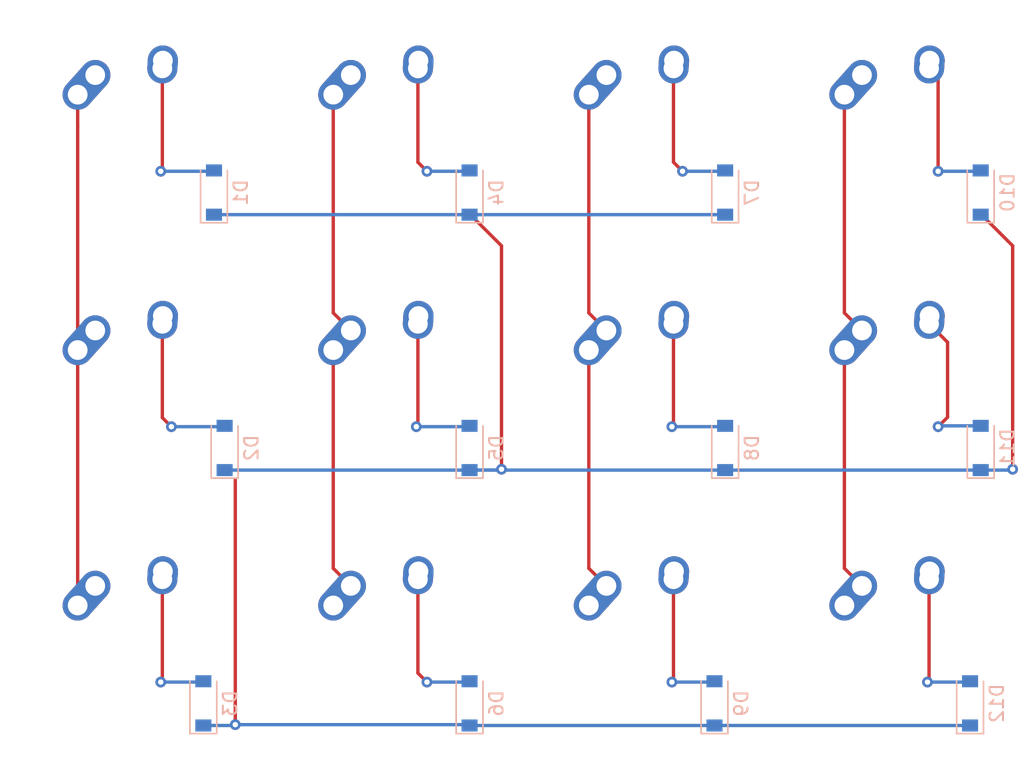
<source format=kicad_pcb>
(kicad_pcb (version 20171130) (host pcbnew "(5.1.4)-1")

  (general
    (thickness 1.6)
    (drawings 0)
    (tracks 103)
    (zones 0)
    (modules 24)
    (nets 18)
  )

  (page A4)
  (layers
    (0 F.Cu signal)
    (31 B.Cu signal)
    (32 B.Adhes user)
    (33 F.Adhes user)
    (34 B.Paste user)
    (35 F.Paste user)
    (36 B.SilkS user)
    (37 F.SilkS user)
    (38 B.Mask user)
    (39 F.Mask user)
    (40 Dwgs.User user)
    (41 Cmts.User user)
    (42 Eco1.User user)
    (43 Eco2.User user)
    (44 Edge.Cuts user)
    (45 Margin user)
    (46 B.CrtYd user)
    (47 F.CrtYd user)
    (48 B.Fab user)
    (49 F.Fab user)
  )

  (setup
    (last_trace_width 0.25)
    (trace_clearance 0.2)
    (zone_clearance 0.508)
    (zone_45_only no)
    (trace_min 0.2)
    (via_size 0.8)
    (via_drill 0.4)
    (via_min_size 0.4)
    (via_min_drill 0.3)
    (uvia_size 0.3)
    (uvia_drill 0.1)
    (uvias_allowed no)
    (uvia_min_size 0.2)
    (uvia_min_drill 0.1)
    (edge_width 0.05)
    (segment_width 0.2)
    (pcb_text_width 0.3)
    (pcb_text_size 1.5 1.5)
    (mod_edge_width 0.12)
    (mod_text_size 1 1)
    (mod_text_width 0.15)
    (pad_size 1.524 1.524)
    (pad_drill 0.762)
    (pad_to_mask_clearance 0.051)
    (solder_mask_min_width 0.25)
    (aux_axis_origin 0 0)
    (visible_elements FFFFFF7F)
    (pcbplotparams
      (layerselection 0x010fc_ffffffff)
      (usegerberextensions false)
      (usegerberattributes false)
      (usegerberadvancedattributes false)
      (creategerberjobfile false)
      (excludeedgelayer true)
      (linewidth 0.100000)
      (plotframeref false)
      (viasonmask false)
      (mode 1)
      (useauxorigin false)
      (hpglpennumber 1)
      (hpglpenspeed 20)
      (hpglpendiameter 15.000000)
      (psnegative false)
      (psa4output false)
      (plotreference true)
      (plotvalue true)
      (plotinvisibletext false)
      (padsonsilk false)
      (subtractmaskfromsilk false)
      (outputformat 1)
      (mirror false)
      (drillshape 1)
      (scaleselection 1)
      (outputdirectory ""))
  )

  (net 0 "")
  (net 1 ROW0)
  (net 2 "Net-(D1-Pad2)")
  (net 3 "Net-(D2-Pad2)")
  (net 4 "Net-(D3-Pad2)")
  (net 5 "Net-(D4-Pad2)")
  (net 6 "Net-(D6-Pad2)")
  (net 7 "Net-(D7-Pad2)")
  (net 8 "Net-(D8-Pad2)")
  (net 9 "Net-(D10-Pad2)")
  (net 10 "Net-(D11-Pad2)")
  (net 11 "Net-(D12-Pad2)")
  (net 12 COL0)
  (net 13 COL1)
  (net 14 COL2)
  (net 15 COL3)
  (net 16 "Net-(D5-Pad2)")
  (net 17 "Net-(D9-Pad2)")

  (net_class Default "This is the default net class."
    (clearance 0.2)
    (trace_width 0.25)
    (via_dia 0.8)
    (via_drill 0.4)
    (uvia_dia 0.3)
    (uvia_drill 0.1)
    (add_net COL0)
    (add_net COL1)
    (add_net COL2)
    (add_net COL3)
    (add_net "Net-(D1-Pad2)")
    (add_net "Net-(D10-Pad2)")
    (add_net "Net-(D11-Pad2)")
    (add_net "Net-(D12-Pad2)")
    (add_net "Net-(D2-Pad2)")
    (add_net "Net-(D3-Pad2)")
    (add_net "Net-(D4-Pad2)")
    (add_net "Net-(D5-Pad2)")
    (add_net "Net-(D6-Pad2)")
    (add_net "Net-(D7-Pad2)")
    (add_net "Net-(D8-Pad2)")
    (add_net "Net-(D9-Pad2)")
    (add_net ROW0)
  )

  (module Diodes_SMD:D_SOD-123 (layer B.Cu) (tedit 58645DC7) (tstamp 6756E10F)
    (at 191.29375 131.7625 90)
    (descr SOD-123)
    (tags SOD-123)
    (path /6765261F)
    (attr smd)
    (fp_text reference D12 (at 0 2 90) (layer B.SilkS)
      (effects (font (size 1 1) (thickness 0.15)) (justify mirror))
    )
    (fp_text value D_Small (at 0 -2.1 90) (layer B.Fab)
      (effects (font (size 1 1) (thickness 0.15)) (justify mirror))
    )
    (fp_text user %R (at 0 2 90) (layer B.Fab)
      (effects (font (size 1 1) (thickness 0.15)) (justify mirror))
    )
    (fp_line (start -2.25 1) (end -2.25 -1) (layer B.SilkS) (width 0.12))
    (fp_line (start 0.25 0) (end 0.75 0) (layer B.Fab) (width 0.1))
    (fp_line (start 0.25 -0.4) (end -0.35 0) (layer B.Fab) (width 0.1))
    (fp_line (start 0.25 0.4) (end 0.25 -0.4) (layer B.Fab) (width 0.1))
    (fp_line (start -0.35 0) (end 0.25 0.4) (layer B.Fab) (width 0.1))
    (fp_line (start -0.35 0) (end -0.35 -0.55) (layer B.Fab) (width 0.1))
    (fp_line (start -0.35 0) (end -0.35 0.55) (layer B.Fab) (width 0.1))
    (fp_line (start -0.75 0) (end -0.35 0) (layer B.Fab) (width 0.1))
    (fp_line (start -1.4 -0.9) (end -1.4 0.9) (layer B.Fab) (width 0.1))
    (fp_line (start 1.4 -0.9) (end -1.4 -0.9) (layer B.Fab) (width 0.1))
    (fp_line (start 1.4 0.9) (end 1.4 -0.9) (layer B.Fab) (width 0.1))
    (fp_line (start -1.4 0.9) (end 1.4 0.9) (layer B.Fab) (width 0.1))
    (fp_line (start -2.35 1.15) (end 2.35 1.15) (layer B.CrtYd) (width 0.05))
    (fp_line (start 2.35 1.15) (end 2.35 -1.15) (layer B.CrtYd) (width 0.05))
    (fp_line (start 2.35 -1.15) (end -2.35 -1.15) (layer B.CrtYd) (width 0.05))
    (fp_line (start -2.35 1.15) (end -2.35 -1.15) (layer B.CrtYd) (width 0.05))
    (fp_line (start -2.25 -1) (end 1.65 -1) (layer B.SilkS) (width 0.12))
    (fp_line (start -2.25 1) (end 1.65 1) (layer B.SilkS) (width 0.12))
    (pad 1 smd rect (at -1.65 0 90) (size 0.9 1.2) (layers B.Cu B.Paste B.Mask)
      (net 1 ROW0))
    (pad 2 smd rect (at 1.65 0 90) (size 0.9 1.2) (layers B.Cu B.Paste B.Mask)
      (net 11 "Net-(D12-Pad2)"))
    (model ${KISYS3DMOD}/Diodes_SMD.3dshapes/D_SOD-123.wrl
      (at (xyz 0 0 0))
      (scale (xyz 1 1 1))
      (rotate (xyz 0 0 0))
    )
  )

  (module Diodes_SMD:D_SOD-123 (layer B.Cu) (tedit 58645DC7) (tstamp 6756E0F8)
    (at 192.0875 112.7125 90)
    (descr SOD-123)
    (tags SOD-123)
    (path /6764039E)
    (attr smd)
    (fp_text reference D11 (at 0 2 90) (layer B.SilkS)
      (effects (font (size 1 1) (thickness 0.15)) (justify mirror))
    )
    (fp_text value D_Small (at 0 -2.1 90) (layer B.Fab)
      (effects (font (size 1 1) (thickness 0.15)) (justify mirror))
    )
    (fp_text user %R (at 0 2 90) (layer B.Fab)
      (effects (font (size 1 1) (thickness 0.15)) (justify mirror))
    )
    (fp_line (start -2.25 1) (end -2.25 -1) (layer B.SilkS) (width 0.12))
    (fp_line (start 0.25 0) (end 0.75 0) (layer B.Fab) (width 0.1))
    (fp_line (start 0.25 -0.4) (end -0.35 0) (layer B.Fab) (width 0.1))
    (fp_line (start 0.25 0.4) (end 0.25 -0.4) (layer B.Fab) (width 0.1))
    (fp_line (start -0.35 0) (end 0.25 0.4) (layer B.Fab) (width 0.1))
    (fp_line (start -0.35 0) (end -0.35 -0.55) (layer B.Fab) (width 0.1))
    (fp_line (start -0.35 0) (end -0.35 0.55) (layer B.Fab) (width 0.1))
    (fp_line (start -0.75 0) (end -0.35 0) (layer B.Fab) (width 0.1))
    (fp_line (start -1.4 -0.9) (end -1.4 0.9) (layer B.Fab) (width 0.1))
    (fp_line (start 1.4 -0.9) (end -1.4 -0.9) (layer B.Fab) (width 0.1))
    (fp_line (start 1.4 0.9) (end 1.4 -0.9) (layer B.Fab) (width 0.1))
    (fp_line (start -1.4 0.9) (end 1.4 0.9) (layer B.Fab) (width 0.1))
    (fp_line (start -2.35 1.15) (end 2.35 1.15) (layer B.CrtYd) (width 0.05))
    (fp_line (start 2.35 1.15) (end 2.35 -1.15) (layer B.CrtYd) (width 0.05))
    (fp_line (start 2.35 -1.15) (end -2.35 -1.15) (layer B.CrtYd) (width 0.05))
    (fp_line (start -2.35 1.15) (end -2.35 -1.15) (layer B.CrtYd) (width 0.05))
    (fp_line (start -2.25 -1) (end 1.65 -1) (layer B.SilkS) (width 0.12))
    (fp_line (start -2.25 1) (end 1.65 1) (layer B.SilkS) (width 0.12))
    (pad 1 smd rect (at -1.65 0 90) (size 0.9 1.2) (layers B.Cu B.Paste B.Mask)
      (net 1 ROW0))
    (pad 2 smd rect (at 1.65 0 90) (size 0.9 1.2) (layers B.Cu B.Paste B.Mask)
      (net 10 "Net-(D11-Pad2)"))
    (model ${KISYS3DMOD}/Diodes_SMD.3dshapes/D_SOD-123.wrl
      (at (xyz 0 0 0))
      (scale (xyz 1 1 1))
      (rotate (xyz 0 0 0))
    )
  )

  (module Diodes_SMD:D_SOD-123 (layer B.Cu) (tedit 58645DC7) (tstamp 6756E0E1)
    (at 192.0875 93.6625 90)
    (descr SOD-123)
    (tags SOD-123)
    (path /676358A6)
    (attr smd)
    (fp_text reference D10 (at 0 2 90) (layer B.SilkS)
      (effects (font (size 1 1) (thickness 0.15)) (justify mirror))
    )
    (fp_text value D_Small (at 0 -2.1 90) (layer B.Fab)
      (effects (font (size 1 1) (thickness 0.15)) (justify mirror))
    )
    (fp_text user %R (at 0 2 90) (layer B.Fab)
      (effects (font (size 1 1) (thickness 0.15)) (justify mirror))
    )
    (fp_line (start -2.25 1) (end -2.25 -1) (layer B.SilkS) (width 0.12))
    (fp_line (start 0.25 0) (end 0.75 0) (layer B.Fab) (width 0.1))
    (fp_line (start 0.25 -0.4) (end -0.35 0) (layer B.Fab) (width 0.1))
    (fp_line (start 0.25 0.4) (end 0.25 -0.4) (layer B.Fab) (width 0.1))
    (fp_line (start -0.35 0) (end 0.25 0.4) (layer B.Fab) (width 0.1))
    (fp_line (start -0.35 0) (end -0.35 -0.55) (layer B.Fab) (width 0.1))
    (fp_line (start -0.35 0) (end -0.35 0.55) (layer B.Fab) (width 0.1))
    (fp_line (start -0.75 0) (end -0.35 0) (layer B.Fab) (width 0.1))
    (fp_line (start -1.4 -0.9) (end -1.4 0.9) (layer B.Fab) (width 0.1))
    (fp_line (start 1.4 -0.9) (end -1.4 -0.9) (layer B.Fab) (width 0.1))
    (fp_line (start 1.4 0.9) (end 1.4 -0.9) (layer B.Fab) (width 0.1))
    (fp_line (start -1.4 0.9) (end 1.4 0.9) (layer B.Fab) (width 0.1))
    (fp_line (start -2.35 1.15) (end 2.35 1.15) (layer B.CrtYd) (width 0.05))
    (fp_line (start 2.35 1.15) (end 2.35 -1.15) (layer B.CrtYd) (width 0.05))
    (fp_line (start 2.35 -1.15) (end -2.35 -1.15) (layer B.CrtYd) (width 0.05))
    (fp_line (start -2.35 1.15) (end -2.35 -1.15) (layer B.CrtYd) (width 0.05))
    (fp_line (start -2.25 -1) (end 1.65 -1) (layer B.SilkS) (width 0.12))
    (fp_line (start -2.25 1) (end 1.65 1) (layer B.SilkS) (width 0.12))
    (pad 1 smd rect (at -1.65 0 90) (size 0.9 1.2) (layers B.Cu B.Paste B.Mask)
      (net 1 ROW0))
    (pad 2 smd rect (at 1.65 0 90) (size 0.9 1.2) (layers B.Cu B.Paste B.Mask)
      (net 9 "Net-(D10-Pad2)"))
    (model ${KISYS3DMOD}/Diodes_SMD.3dshapes/D_SOD-123.wrl
      (at (xyz 0 0 0))
      (scale (xyz 1 1 1))
      (rotate (xyz 0 0 0))
    )
  )

  (module Diodes_SMD:D_SOD-123 (layer B.Cu) (tedit 58645DC7) (tstamp 6756E0CA)
    (at 172.24375 131.7625 90)
    (descr SOD-123)
    (tags SOD-123)
    (path /6765260A)
    (attr smd)
    (fp_text reference D9 (at 0 2 90) (layer B.SilkS)
      (effects (font (size 1 1) (thickness 0.15)) (justify mirror))
    )
    (fp_text value D_Small (at 0 -2.1 90) (layer B.Fab)
      (effects (font (size 1 1) (thickness 0.15)) (justify mirror))
    )
    (fp_text user %R (at 0 2 90) (layer B.Fab)
      (effects (font (size 1 1) (thickness 0.15)) (justify mirror))
    )
    (fp_line (start -2.25 1) (end -2.25 -1) (layer B.SilkS) (width 0.12))
    (fp_line (start 0.25 0) (end 0.75 0) (layer B.Fab) (width 0.1))
    (fp_line (start 0.25 -0.4) (end -0.35 0) (layer B.Fab) (width 0.1))
    (fp_line (start 0.25 0.4) (end 0.25 -0.4) (layer B.Fab) (width 0.1))
    (fp_line (start -0.35 0) (end 0.25 0.4) (layer B.Fab) (width 0.1))
    (fp_line (start -0.35 0) (end -0.35 -0.55) (layer B.Fab) (width 0.1))
    (fp_line (start -0.35 0) (end -0.35 0.55) (layer B.Fab) (width 0.1))
    (fp_line (start -0.75 0) (end -0.35 0) (layer B.Fab) (width 0.1))
    (fp_line (start -1.4 -0.9) (end -1.4 0.9) (layer B.Fab) (width 0.1))
    (fp_line (start 1.4 -0.9) (end -1.4 -0.9) (layer B.Fab) (width 0.1))
    (fp_line (start 1.4 0.9) (end 1.4 -0.9) (layer B.Fab) (width 0.1))
    (fp_line (start -1.4 0.9) (end 1.4 0.9) (layer B.Fab) (width 0.1))
    (fp_line (start -2.35 1.15) (end 2.35 1.15) (layer B.CrtYd) (width 0.05))
    (fp_line (start 2.35 1.15) (end 2.35 -1.15) (layer B.CrtYd) (width 0.05))
    (fp_line (start 2.35 -1.15) (end -2.35 -1.15) (layer B.CrtYd) (width 0.05))
    (fp_line (start -2.35 1.15) (end -2.35 -1.15) (layer B.CrtYd) (width 0.05))
    (fp_line (start -2.25 -1) (end 1.65 -1) (layer B.SilkS) (width 0.12))
    (fp_line (start -2.25 1) (end 1.65 1) (layer B.SilkS) (width 0.12))
    (pad 1 smd rect (at -1.65 0 90) (size 0.9 1.2) (layers B.Cu B.Paste B.Mask)
      (net 1 ROW0))
    (pad 2 smd rect (at 1.65 0 90) (size 0.9 1.2) (layers B.Cu B.Paste B.Mask)
      (net 17 "Net-(D9-Pad2)"))
    (model ${KISYS3DMOD}/Diodes_SMD.3dshapes/D_SOD-123.wrl
      (at (xyz 0 0 0))
      (scale (xyz 1 1 1))
      (rotate (xyz 0 0 0))
    )
  )

  (module Diodes_SMD:D_SOD-123 (layer B.Cu) (tedit 58645DC7) (tstamp 6756E0B3)
    (at 173.0375 112.7125 90)
    (descr SOD-123)
    (tags SOD-123)
    (path /6763EE9C)
    (attr smd)
    (fp_text reference D8 (at 0 2 90) (layer B.SilkS)
      (effects (font (size 1 1) (thickness 0.15)) (justify mirror))
    )
    (fp_text value D_Small (at 0 -2.1 90) (layer B.Fab)
      (effects (font (size 1 1) (thickness 0.15)) (justify mirror))
    )
    (fp_text user %R (at 0 2 90) (layer B.Fab)
      (effects (font (size 1 1) (thickness 0.15)) (justify mirror))
    )
    (fp_line (start -2.25 1) (end -2.25 -1) (layer B.SilkS) (width 0.12))
    (fp_line (start 0.25 0) (end 0.75 0) (layer B.Fab) (width 0.1))
    (fp_line (start 0.25 -0.4) (end -0.35 0) (layer B.Fab) (width 0.1))
    (fp_line (start 0.25 0.4) (end 0.25 -0.4) (layer B.Fab) (width 0.1))
    (fp_line (start -0.35 0) (end 0.25 0.4) (layer B.Fab) (width 0.1))
    (fp_line (start -0.35 0) (end -0.35 -0.55) (layer B.Fab) (width 0.1))
    (fp_line (start -0.35 0) (end -0.35 0.55) (layer B.Fab) (width 0.1))
    (fp_line (start -0.75 0) (end -0.35 0) (layer B.Fab) (width 0.1))
    (fp_line (start -1.4 -0.9) (end -1.4 0.9) (layer B.Fab) (width 0.1))
    (fp_line (start 1.4 -0.9) (end -1.4 -0.9) (layer B.Fab) (width 0.1))
    (fp_line (start 1.4 0.9) (end 1.4 -0.9) (layer B.Fab) (width 0.1))
    (fp_line (start -1.4 0.9) (end 1.4 0.9) (layer B.Fab) (width 0.1))
    (fp_line (start -2.35 1.15) (end 2.35 1.15) (layer B.CrtYd) (width 0.05))
    (fp_line (start 2.35 1.15) (end 2.35 -1.15) (layer B.CrtYd) (width 0.05))
    (fp_line (start 2.35 -1.15) (end -2.35 -1.15) (layer B.CrtYd) (width 0.05))
    (fp_line (start -2.35 1.15) (end -2.35 -1.15) (layer B.CrtYd) (width 0.05))
    (fp_line (start -2.25 -1) (end 1.65 -1) (layer B.SilkS) (width 0.12))
    (fp_line (start -2.25 1) (end 1.65 1) (layer B.SilkS) (width 0.12))
    (pad 1 smd rect (at -1.65 0 90) (size 0.9 1.2) (layers B.Cu B.Paste B.Mask)
      (net 1 ROW0))
    (pad 2 smd rect (at 1.65 0 90) (size 0.9 1.2) (layers B.Cu B.Paste B.Mask)
      (net 8 "Net-(D8-Pad2)"))
    (model ${KISYS3DMOD}/Diodes_SMD.3dshapes/D_SOD-123.wrl
      (at (xyz 0 0 0))
      (scale (xyz 1 1 1))
      (rotate (xyz 0 0 0))
    )
  )

  (module Diodes_SMD:D_SOD-123 (layer B.Cu) (tedit 58645DC7) (tstamp 6756E09C)
    (at 173.0375 93.6625 90)
    (descr SOD-123)
    (tags SOD-123)
    (path /6763B09E)
    (attr smd)
    (fp_text reference D7 (at 0 2 90) (layer B.SilkS)
      (effects (font (size 1 1) (thickness 0.15)) (justify mirror))
    )
    (fp_text value D_Small (at 0 -2.1 90) (layer B.Fab)
      (effects (font (size 1 1) (thickness 0.15)) (justify mirror))
    )
    (fp_text user %R (at 0 2 90) (layer B.Fab)
      (effects (font (size 1 1) (thickness 0.15)) (justify mirror))
    )
    (fp_line (start -2.25 1) (end -2.25 -1) (layer B.SilkS) (width 0.12))
    (fp_line (start 0.25 0) (end 0.75 0) (layer B.Fab) (width 0.1))
    (fp_line (start 0.25 -0.4) (end -0.35 0) (layer B.Fab) (width 0.1))
    (fp_line (start 0.25 0.4) (end 0.25 -0.4) (layer B.Fab) (width 0.1))
    (fp_line (start -0.35 0) (end 0.25 0.4) (layer B.Fab) (width 0.1))
    (fp_line (start -0.35 0) (end -0.35 -0.55) (layer B.Fab) (width 0.1))
    (fp_line (start -0.35 0) (end -0.35 0.55) (layer B.Fab) (width 0.1))
    (fp_line (start -0.75 0) (end -0.35 0) (layer B.Fab) (width 0.1))
    (fp_line (start -1.4 -0.9) (end -1.4 0.9) (layer B.Fab) (width 0.1))
    (fp_line (start 1.4 -0.9) (end -1.4 -0.9) (layer B.Fab) (width 0.1))
    (fp_line (start 1.4 0.9) (end 1.4 -0.9) (layer B.Fab) (width 0.1))
    (fp_line (start -1.4 0.9) (end 1.4 0.9) (layer B.Fab) (width 0.1))
    (fp_line (start -2.35 1.15) (end 2.35 1.15) (layer B.CrtYd) (width 0.05))
    (fp_line (start 2.35 1.15) (end 2.35 -1.15) (layer B.CrtYd) (width 0.05))
    (fp_line (start 2.35 -1.15) (end -2.35 -1.15) (layer B.CrtYd) (width 0.05))
    (fp_line (start -2.35 1.15) (end -2.35 -1.15) (layer B.CrtYd) (width 0.05))
    (fp_line (start -2.25 -1) (end 1.65 -1) (layer B.SilkS) (width 0.12))
    (fp_line (start -2.25 1) (end 1.65 1) (layer B.SilkS) (width 0.12))
    (pad 1 smd rect (at -1.65 0 90) (size 0.9 1.2) (layers B.Cu B.Paste B.Mask)
      (net 1 ROW0))
    (pad 2 smd rect (at 1.65 0 90) (size 0.9 1.2) (layers B.Cu B.Paste B.Mask)
      (net 7 "Net-(D7-Pad2)"))
    (model ${KISYS3DMOD}/Diodes_SMD.3dshapes/D_SOD-123.wrl
      (at (xyz 0 0 0))
      (scale (xyz 1 1 1))
      (rotate (xyz 0 0 0))
    )
  )

  (module Diodes_SMD:D_SOD-123 (layer B.Cu) (tedit 58645DC7) (tstamp 6756E06E)
    (at 153.9875 131.7625 90)
    (descr SOD-123)
    (tags SOD-123)
    (path /676525F5)
    (attr smd)
    (fp_text reference D6 (at 0 2 90) (layer B.SilkS)
      (effects (font (size 1 1) (thickness 0.15)) (justify mirror))
    )
    (fp_text value D_Small (at 0 -2.1 90) (layer B.Fab)
      (effects (font (size 1 1) (thickness 0.15)) (justify mirror))
    )
    (fp_text user %R (at 0 2 90) (layer B.Fab)
      (effects (font (size 1 1) (thickness 0.15)) (justify mirror))
    )
    (fp_line (start -2.25 1) (end -2.25 -1) (layer B.SilkS) (width 0.12))
    (fp_line (start 0.25 0) (end 0.75 0) (layer B.Fab) (width 0.1))
    (fp_line (start 0.25 -0.4) (end -0.35 0) (layer B.Fab) (width 0.1))
    (fp_line (start 0.25 0.4) (end 0.25 -0.4) (layer B.Fab) (width 0.1))
    (fp_line (start -0.35 0) (end 0.25 0.4) (layer B.Fab) (width 0.1))
    (fp_line (start -0.35 0) (end -0.35 -0.55) (layer B.Fab) (width 0.1))
    (fp_line (start -0.35 0) (end -0.35 0.55) (layer B.Fab) (width 0.1))
    (fp_line (start -0.75 0) (end -0.35 0) (layer B.Fab) (width 0.1))
    (fp_line (start -1.4 -0.9) (end -1.4 0.9) (layer B.Fab) (width 0.1))
    (fp_line (start 1.4 -0.9) (end -1.4 -0.9) (layer B.Fab) (width 0.1))
    (fp_line (start 1.4 0.9) (end 1.4 -0.9) (layer B.Fab) (width 0.1))
    (fp_line (start -1.4 0.9) (end 1.4 0.9) (layer B.Fab) (width 0.1))
    (fp_line (start -2.35 1.15) (end 2.35 1.15) (layer B.CrtYd) (width 0.05))
    (fp_line (start 2.35 1.15) (end 2.35 -1.15) (layer B.CrtYd) (width 0.05))
    (fp_line (start 2.35 -1.15) (end -2.35 -1.15) (layer B.CrtYd) (width 0.05))
    (fp_line (start -2.35 1.15) (end -2.35 -1.15) (layer B.CrtYd) (width 0.05))
    (fp_line (start -2.25 -1) (end 1.65 -1) (layer B.SilkS) (width 0.12))
    (fp_line (start -2.25 1) (end 1.65 1) (layer B.SilkS) (width 0.12))
    (pad 1 smd rect (at -1.65 0 90) (size 0.9 1.2) (layers B.Cu B.Paste B.Mask)
      (net 1 ROW0))
    (pad 2 smd rect (at 1.65 0 90) (size 0.9 1.2) (layers B.Cu B.Paste B.Mask)
      (net 6 "Net-(D6-Pad2)"))
    (model ${KISYS3DMOD}/Diodes_SMD.3dshapes/D_SOD-123.wrl
      (at (xyz 0 0 0))
      (scale (xyz 1 1 1))
      (rotate (xyz 0 0 0))
    )
  )

  (module Diodes_SMD:D_SOD-123 (layer B.Cu) (tedit 58645DC7) (tstamp 6756E057)
    (at 153.9875 112.7125 90)
    (descr SOD-123)
    (tags SOD-123)
    (path /6763B0B2)
    (attr smd)
    (fp_text reference D5 (at 0 2 90) (layer B.SilkS)
      (effects (font (size 1 1) (thickness 0.15)) (justify mirror))
    )
    (fp_text value D_Small (at 0 -2.1 90) (layer B.Fab)
      (effects (font (size 1 1) (thickness 0.15)) (justify mirror))
    )
    (fp_text user %R (at 0 2 90) (layer B.Fab)
      (effects (font (size 1 1) (thickness 0.15)) (justify mirror))
    )
    (fp_line (start -2.25 1) (end -2.25 -1) (layer B.SilkS) (width 0.12))
    (fp_line (start 0.25 0) (end 0.75 0) (layer B.Fab) (width 0.1))
    (fp_line (start 0.25 -0.4) (end -0.35 0) (layer B.Fab) (width 0.1))
    (fp_line (start 0.25 0.4) (end 0.25 -0.4) (layer B.Fab) (width 0.1))
    (fp_line (start -0.35 0) (end 0.25 0.4) (layer B.Fab) (width 0.1))
    (fp_line (start -0.35 0) (end -0.35 -0.55) (layer B.Fab) (width 0.1))
    (fp_line (start -0.35 0) (end -0.35 0.55) (layer B.Fab) (width 0.1))
    (fp_line (start -0.75 0) (end -0.35 0) (layer B.Fab) (width 0.1))
    (fp_line (start -1.4 -0.9) (end -1.4 0.9) (layer B.Fab) (width 0.1))
    (fp_line (start 1.4 -0.9) (end -1.4 -0.9) (layer B.Fab) (width 0.1))
    (fp_line (start 1.4 0.9) (end 1.4 -0.9) (layer B.Fab) (width 0.1))
    (fp_line (start -1.4 0.9) (end 1.4 0.9) (layer B.Fab) (width 0.1))
    (fp_line (start -2.35 1.15) (end 2.35 1.15) (layer B.CrtYd) (width 0.05))
    (fp_line (start 2.35 1.15) (end 2.35 -1.15) (layer B.CrtYd) (width 0.05))
    (fp_line (start 2.35 -1.15) (end -2.35 -1.15) (layer B.CrtYd) (width 0.05))
    (fp_line (start -2.35 1.15) (end -2.35 -1.15) (layer B.CrtYd) (width 0.05))
    (fp_line (start -2.25 -1) (end 1.65 -1) (layer B.SilkS) (width 0.12))
    (fp_line (start -2.25 1) (end 1.65 1) (layer B.SilkS) (width 0.12))
    (pad 1 smd rect (at -1.65 0 90) (size 0.9 1.2) (layers B.Cu B.Paste B.Mask)
      (net 1 ROW0))
    (pad 2 smd rect (at 1.65 0 90) (size 0.9 1.2) (layers B.Cu B.Paste B.Mask)
      (net 16 "Net-(D5-Pad2)"))
    (model ${KISYS3DMOD}/Diodes_SMD.3dshapes/D_SOD-123.wrl
      (at (xyz 0 0 0))
      (scale (xyz 1 1 1))
      (rotate (xyz 0 0 0))
    )
  )

  (module Diodes_SMD:D_SOD-123 (layer B.Cu) (tedit 58645DC7) (tstamp 6756E029)
    (at 153.9875 93.6625 90)
    (descr SOD-123)
    (tags SOD-123)
    (path /67632E59)
    (attr smd)
    (fp_text reference D4 (at 0 2 270) (layer B.SilkS)
      (effects (font (size 1 1) (thickness 0.15)) (justify mirror))
    )
    (fp_text value D_Small (at 0 -2.1 270) (layer B.Fab)
      (effects (font (size 1 1) (thickness 0.15)) (justify mirror))
    )
    (fp_text user %R (at 0 2 270) (layer B.Fab)
      (effects (font (size 1 1) (thickness 0.15)) (justify mirror))
    )
    (fp_line (start -2.25 1) (end -2.25 -1) (layer B.SilkS) (width 0.12))
    (fp_line (start 0.25 0) (end 0.75 0) (layer B.Fab) (width 0.1))
    (fp_line (start 0.25 -0.4) (end -0.35 0) (layer B.Fab) (width 0.1))
    (fp_line (start 0.25 0.4) (end 0.25 -0.4) (layer B.Fab) (width 0.1))
    (fp_line (start -0.35 0) (end 0.25 0.4) (layer B.Fab) (width 0.1))
    (fp_line (start -0.35 0) (end -0.35 -0.55) (layer B.Fab) (width 0.1))
    (fp_line (start -0.35 0) (end -0.35 0.55) (layer B.Fab) (width 0.1))
    (fp_line (start -0.75 0) (end -0.35 0) (layer B.Fab) (width 0.1))
    (fp_line (start -1.4 -0.9) (end -1.4 0.9) (layer B.Fab) (width 0.1))
    (fp_line (start 1.4 -0.9) (end -1.4 -0.9) (layer B.Fab) (width 0.1))
    (fp_line (start 1.4 0.9) (end 1.4 -0.9) (layer B.Fab) (width 0.1))
    (fp_line (start -1.4 0.9) (end 1.4 0.9) (layer B.Fab) (width 0.1))
    (fp_line (start -2.35 1.15) (end 2.35 1.15) (layer B.CrtYd) (width 0.05))
    (fp_line (start 2.35 1.15) (end 2.35 -1.15) (layer B.CrtYd) (width 0.05))
    (fp_line (start 2.35 -1.15) (end -2.35 -1.15) (layer B.CrtYd) (width 0.05))
    (fp_line (start -2.35 1.15) (end -2.35 -1.15) (layer B.CrtYd) (width 0.05))
    (fp_line (start -2.25 -1) (end 1.65 -1) (layer B.SilkS) (width 0.12))
    (fp_line (start -2.25 1) (end 1.65 1) (layer B.SilkS) (width 0.12))
    (pad 1 smd rect (at -1.65 0 90) (size 0.9 1.2) (layers B.Cu B.Paste B.Mask)
      (net 1 ROW0))
    (pad 2 smd rect (at 1.65 0 90) (size 0.9 1.2) (layers B.Cu B.Paste B.Mask)
      (net 5 "Net-(D4-Pad2)"))
    (model ${KISYS3DMOD}/Diodes_SMD.3dshapes/D_SOD-123.wrl
      (at (xyz 0 0 0))
      (scale (xyz 1 1 1))
      (rotate (xyz 0 0 0))
    )
  )

  (module Diodes_SMD:D_SOD-123 (layer B.Cu) (tedit 58645DC7) (tstamp 6756E012)
    (at 134.14375 131.7625 90)
    (descr SOD-123)
    (tags SOD-123)
    (path /676525E0)
    (attr smd)
    (fp_text reference D3 (at 0 2 90) (layer B.SilkS)
      (effects (font (size 1 1) (thickness 0.15)) (justify mirror))
    )
    (fp_text value D_Small (at 0 -2.1 90) (layer B.Fab)
      (effects (font (size 1 1) (thickness 0.15)) (justify mirror))
    )
    (fp_text user %R (at 0 2 90) (layer B.Fab)
      (effects (font (size 1 1) (thickness 0.15)) (justify mirror))
    )
    (fp_line (start -2.25 1) (end -2.25 -1) (layer B.SilkS) (width 0.12))
    (fp_line (start 0.25 0) (end 0.75 0) (layer B.Fab) (width 0.1))
    (fp_line (start 0.25 -0.4) (end -0.35 0) (layer B.Fab) (width 0.1))
    (fp_line (start 0.25 0.4) (end 0.25 -0.4) (layer B.Fab) (width 0.1))
    (fp_line (start -0.35 0) (end 0.25 0.4) (layer B.Fab) (width 0.1))
    (fp_line (start -0.35 0) (end -0.35 -0.55) (layer B.Fab) (width 0.1))
    (fp_line (start -0.35 0) (end -0.35 0.55) (layer B.Fab) (width 0.1))
    (fp_line (start -0.75 0) (end -0.35 0) (layer B.Fab) (width 0.1))
    (fp_line (start -1.4 -0.9) (end -1.4 0.9) (layer B.Fab) (width 0.1))
    (fp_line (start 1.4 -0.9) (end -1.4 -0.9) (layer B.Fab) (width 0.1))
    (fp_line (start 1.4 0.9) (end 1.4 -0.9) (layer B.Fab) (width 0.1))
    (fp_line (start -1.4 0.9) (end 1.4 0.9) (layer B.Fab) (width 0.1))
    (fp_line (start -2.35 1.15) (end 2.35 1.15) (layer B.CrtYd) (width 0.05))
    (fp_line (start 2.35 1.15) (end 2.35 -1.15) (layer B.CrtYd) (width 0.05))
    (fp_line (start 2.35 -1.15) (end -2.35 -1.15) (layer B.CrtYd) (width 0.05))
    (fp_line (start -2.35 1.15) (end -2.35 -1.15) (layer B.CrtYd) (width 0.05))
    (fp_line (start -2.25 -1) (end 1.65 -1) (layer B.SilkS) (width 0.12))
    (fp_line (start -2.25 1) (end 1.65 1) (layer B.SilkS) (width 0.12))
    (pad 1 smd rect (at -1.65 0 90) (size 0.9 1.2) (layers B.Cu B.Paste B.Mask)
      (net 1 ROW0))
    (pad 2 smd rect (at 1.65 0 90) (size 0.9 1.2) (layers B.Cu B.Paste B.Mask)
      (net 4 "Net-(D3-Pad2)"))
    (model ${KISYS3DMOD}/Diodes_SMD.3dshapes/D_SOD-123.wrl
      (at (xyz 0 0 0))
      (scale (xyz 1 1 1))
      (rotate (xyz 0 0 0))
    )
  )

  (module Diodes_SMD:D_SOD-123 (layer B.Cu) (tedit 58645DC7) (tstamp 6756DFFB)
    (at 135.73125 112.7125 90)
    (descr SOD-123)
    (tags SOD-123)
    (path /67639CC2)
    (attr smd)
    (fp_text reference D2 (at 0 2 270) (layer B.SilkS)
      (effects (font (size 1 1) (thickness 0.15)) (justify mirror))
    )
    (fp_text value D_Small (at 0 -2.1 270) (layer B.Fab)
      (effects (font (size 1 1) (thickness 0.15)) (justify mirror))
    )
    (fp_text user %R (at 0 2 270) (layer B.Fab)
      (effects (font (size 1 1) (thickness 0.15)) (justify mirror))
    )
    (fp_line (start -2.25 1) (end -2.25 -1) (layer B.SilkS) (width 0.12))
    (fp_line (start 0.25 0) (end 0.75 0) (layer B.Fab) (width 0.1))
    (fp_line (start 0.25 -0.4) (end -0.35 0) (layer B.Fab) (width 0.1))
    (fp_line (start 0.25 0.4) (end 0.25 -0.4) (layer B.Fab) (width 0.1))
    (fp_line (start -0.35 0) (end 0.25 0.4) (layer B.Fab) (width 0.1))
    (fp_line (start -0.35 0) (end -0.35 -0.55) (layer B.Fab) (width 0.1))
    (fp_line (start -0.35 0) (end -0.35 0.55) (layer B.Fab) (width 0.1))
    (fp_line (start -0.75 0) (end -0.35 0) (layer B.Fab) (width 0.1))
    (fp_line (start -1.4 -0.9) (end -1.4 0.9) (layer B.Fab) (width 0.1))
    (fp_line (start 1.4 -0.9) (end -1.4 -0.9) (layer B.Fab) (width 0.1))
    (fp_line (start 1.4 0.9) (end 1.4 -0.9) (layer B.Fab) (width 0.1))
    (fp_line (start -1.4 0.9) (end 1.4 0.9) (layer B.Fab) (width 0.1))
    (fp_line (start -2.35 1.15) (end 2.35 1.15) (layer B.CrtYd) (width 0.05))
    (fp_line (start 2.35 1.15) (end 2.35 -1.15) (layer B.CrtYd) (width 0.05))
    (fp_line (start 2.35 -1.15) (end -2.35 -1.15) (layer B.CrtYd) (width 0.05))
    (fp_line (start -2.35 1.15) (end -2.35 -1.15) (layer B.CrtYd) (width 0.05))
    (fp_line (start -2.25 -1) (end 1.65 -1) (layer B.SilkS) (width 0.12))
    (fp_line (start -2.25 1) (end 1.65 1) (layer B.SilkS) (width 0.12))
    (pad 1 smd rect (at -1.65 0 90) (size 0.9 1.2) (layers B.Cu B.Paste B.Mask)
      (net 1 ROW0))
    (pad 2 smd rect (at 1.65 0 90) (size 0.9 1.2) (layers B.Cu B.Paste B.Mask)
      (net 3 "Net-(D2-Pad2)"))
    (model ${KISYS3DMOD}/Diodes_SMD.3dshapes/D_SOD-123.wrl
      (at (xyz 0 0 0))
      (scale (xyz 1 1 1))
      (rotate (xyz 0 0 0))
    )
  )

  (module Diodes_SMD:D_SOD-123 (layer B.Cu) (tedit 58645DC7) (tstamp 6756DFE4)
    (at 134.9375 93.6625 90)
    (descr SOD-123)
    (tags SOD-123)
    (path /67631AB6)
    (attr smd)
    (fp_text reference D1 (at 0 2 270) (layer B.SilkS)
      (effects (font (size 1 1) (thickness 0.15)) (justify mirror))
    )
    (fp_text value D_Small (at 0 -2.1 270) (layer B.Fab)
      (effects (font (size 1 1) (thickness 0.15)) (justify mirror))
    )
    (fp_text user %R (at 0 2 270) (layer B.Fab)
      (effects (font (size 1 1) (thickness 0.15)) (justify mirror))
    )
    (fp_line (start -2.25 1) (end -2.25 -1) (layer B.SilkS) (width 0.12))
    (fp_line (start 0.25 0) (end 0.75 0) (layer B.Fab) (width 0.1))
    (fp_line (start 0.25 -0.4) (end -0.35 0) (layer B.Fab) (width 0.1))
    (fp_line (start 0.25 0.4) (end 0.25 -0.4) (layer B.Fab) (width 0.1))
    (fp_line (start -0.35 0) (end 0.25 0.4) (layer B.Fab) (width 0.1))
    (fp_line (start -0.35 0) (end -0.35 -0.55) (layer B.Fab) (width 0.1))
    (fp_line (start -0.35 0) (end -0.35 0.55) (layer B.Fab) (width 0.1))
    (fp_line (start -0.75 0) (end -0.35 0) (layer B.Fab) (width 0.1))
    (fp_line (start -1.4 -0.9) (end -1.4 0.9) (layer B.Fab) (width 0.1))
    (fp_line (start 1.4 -0.9) (end -1.4 -0.9) (layer B.Fab) (width 0.1))
    (fp_line (start 1.4 0.9) (end 1.4 -0.9) (layer B.Fab) (width 0.1))
    (fp_line (start -1.4 0.9) (end 1.4 0.9) (layer B.Fab) (width 0.1))
    (fp_line (start -2.35 1.15) (end 2.35 1.15) (layer B.CrtYd) (width 0.05))
    (fp_line (start 2.35 1.15) (end 2.35 -1.15) (layer B.CrtYd) (width 0.05))
    (fp_line (start 2.35 -1.15) (end -2.35 -1.15) (layer B.CrtYd) (width 0.05))
    (fp_line (start -2.35 1.15) (end -2.35 -1.15) (layer B.CrtYd) (width 0.05))
    (fp_line (start -2.25 -1) (end 1.65 -1) (layer B.SilkS) (width 0.12))
    (fp_line (start -2.25 1) (end 1.65 1) (layer B.SilkS) (width 0.12))
    (pad 1 smd rect (at -1.65 0 90) (size 0.9 1.2) (layers B.Cu B.Paste B.Mask)
      (net 1 ROW0))
    (pad 2 smd rect (at 1.65 0 90) (size 0.9 1.2) (layers B.Cu B.Paste B.Mask)
      (net 2 "Net-(D1-Pad2)"))
    (model ${KISYS3DMOD}/Diodes_SMD.3dshapes/D_SOD-123.wrl
      (at (xyz 0 0 0))
      (scale (xyz 1 1 1))
      (rotate (xyz 0 0 0))
    )
  )

  (module MX_Alps_Hybrid:MX-1U-NoLED (layer F.Cu) (tedit 5A9F5203) (tstamp 6756E223)
    (at 185.7375 127)
    (path /67652615)
    (fp_text reference MX12 (at 0 3.175) (layer Dwgs.User)
      (effects (font (size 1 1) (thickness 0.15)))
    )
    (fp_text value MX-NoLED (at 0 -7.9375) (layer Dwgs.User)
      (effects (font (size 1 1) (thickness 0.15)))
    )
    (fp_line (start -9.525 9.525) (end -9.525 -9.525) (layer Dwgs.User) (width 0.15))
    (fp_line (start 9.525 9.525) (end -9.525 9.525) (layer Dwgs.User) (width 0.15))
    (fp_line (start 9.525 -9.525) (end 9.525 9.525) (layer Dwgs.User) (width 0.15))
    (fp_line (start -9.525 -9.525) (end 9.525 -9.525) (layer Dwgs.User) (width 0.15))
    (fp_line (start -7 -7) (end -7 -5) (layer Dwgs.User) (width 0.15))
    (fp_line (start -5 -7) (end -7 -7) (layer Dwgs.User) (width 0.15))
    (fp_line (start -7 7) (end -5 7) (layer Dwgs.User) (width 0.15))
    (fp_line (start -7 5) (end -7 7) (layer Dwgs.User) (width 0.15))
    (fp_line (start 7 7) (end 7 5) (layer Dwgs.User) (width 0.15))
    (fp_line (start 5 7) (end 7 7) (layer Dwgs.User) (width 0.15))
    (fp_line (start 7 -7) (end 7 -5) (layer Dwgs.User) (width 0.15))
    (fp_line (start 5 -7) (end 7 -7) (layer Dwgs.User) (width 0.15))
    (pad "" np_thru_hole circle (at 5.08 0 48.0996) (size 1.75 1.75) (drill 1.75) (layers *.Cu *.Mask))
    (pad "" np_thru_hole circle (at -5.08 0 48.0996) (size 1.75 1.75) (drill 1.75) (layers *.Cu *.Mask))
    (pad 1 thru_hole circle (at -2.5 -4) (size 2.25 2.25) (drill 1.47) (layers *.Cu B.Mask)
      (net 15 COL3))
    (pad "" np_thru_hole circle (at 0 0) (size 3.9878 3.9878) (drill 3.9878) (layers *.Cu *.Mask))
    (pad 1 thru_hole oval (at -3.81 -2.54 48.0996) (size 4.211556 2.25) (drill 1.47 (offset 0.980778 0)) (layers *.Cu B.Mask)
      (net 15 COL3))
    (pad 2 thru_hole circle (at 2.54 -5.08) (size 2.25 2.25) (drill 1.47) (layers *.Cu B.Mask)
      (net 11 "Net-(D12-Pad2)"))
    (pad 2 thru_hole oval (at 2.5 -4.5 86.0548) (size 2.831378 2.25) (drill 1.47 (offset 0.290689 0)) (layers *.Cu B.Mask)
      (net 11 "Net-(D12-Pad2)"))
  )

  (module MX_Alps_Hybrid:MX-1U-NoLED (layer F.Cu) (tedit 5A9F5203) (tstamp 6756E20C)
    (at 185.7375 107.95)
    (path /67640394)
    (fp_text reference MX11 (at 0 3.175) (layer Dwgs.User)
      (effects (font (size 1 1) (thickness 0.15)))
    )
    (fp_text value MX-NoLED (at 0 -7.9375) (layer Dwgs.User)
      (effects (font (size 1 1) (thickness 0.15)))
    )
    (fp_line (start -9.525 9.525) (end -9.525 -9.525) (layer Dwgs.User) (width 0.15))
    (fp_line (start 9.525 9.525) (end -9.525 9.525) (layer Dwgs.User) (width 0.15))
    (fp_line (start 9.525 -9.525) (end 9.525 9.525) (layer Dwgs.User) (width 0.15))
    (fp_line (start -9.525 -9.525) (end 9.525 -9.525) (layer Dwgs.User) (width 0.15))
    (fp_line (start -7 -7) (end -7 -5) (layer Dwgs.User) (width 0.15))
    (fp_line (start -5 -7) (end -7 -7) (layer Dwgs.User) (width 0.15))
    (fp_line (start -7 7) (end -5 7) (layer Dwgs.User) (width 0.15))
    (fp_line (start -7 5) (end -7 7) (layer Dwgs.User) (width 0.15))
    (fp_line (start 7 7) (end 7 5) (layer Dwgs.User) (width 0.15))
    (fp_line (start 5 7) (end 7 7) (layer Dwgs.User) (width 0.15))
    (fp_line (start 7 -7) (end 7 -5) (layer Dwgs.User) (width 0.15))
    (fp_line (start 5 -7) (end 7 -7) (layer Dwgs.User) (width 0.15))
    (pad "" np_thru_hole circle (at 5.08 0 48.0996) (size 1.75 1.75) (drill 1.75) (layers *.Cu *.Mask))
    (pad "" np_thru_hole circle (at -5.08 0 48.0996) (size 1.75 1.75) (drill 1.75) (layers *.Cu *.Mask))
    (pad 1 thru_hole circle (at -2.5 -4) (size 2.25 2.25) (drill 1.47) (layers *.Cu B.Mask)
      (net 15 COL3))
    (pad "" np_thru_hole circle (at 0 0) (size 3.9878 3.9878) (drill 3.9878) (layers *.Cu *.Mask))
    (pad 1 thru_hole oval (at -3.81 -2.54 48.0996) (size 4.211556 2.25) (drill 1.47 (offset 0.980778 0)) (layers *.Cu B.Mask)
      (net 15 COL3))
    (pad 2 thru_hole circle (at 2.54 -5.08) (size 2.25 2.25) (drill 1.47) (layers *.Cu B.Mask)
      (net 10 "Net-(D11-Pad2)"))
    (pad 2 thru_hole oval (at 2.5 -4.5 86.0548) (size 2.831378 2.25) (drill 1.47 (offset 0.290689 0)) (layers *.Cu B.Mask)
      (net 10 "Net-(D11-Pad2)"))
  )

  (module MX_Alps_Hybrid:MX-1U-NoLED (layer F.Cu) (tedit 5A9F5203) (tstamp 6756E1F5)
    (at 185.7375 88.9)
    (path /6763589C)
    (fp_text reference MX10 (at 0 3.175) (layer Dwgs.User)
      (effects (font (size 1 1) (thickness 0.15)))
    )
    (fp_text value MX-NoLED (at 0 -7.9375) (layer Dwgs.User)
      (effects (font (size 1 1) (thickness 0.15)))
    )
    (fp_line (start -9.525 9.525) (end -9.525 -9.525) (layer Dwgs.User) (width 0.15))
    (fp_line (start 9.525 9.525) (end -9.525 9.525) (layer Dwgs.User) (width 0.15))
    (fp_line (start 9.525 -9.525) (end 9.525 9.525) (layer Dwgs.User) (width 0.15))
    (fp_line (start -9.525 -9.525) (end 9.525 -9.525) (layer Dwgs.User) (width 0.15))
    (fp_line (start -7 -7) (end -7 -5) (layer Dwgs.User) (width 0.15))
    (fp_line (start -5 -7) (end -7 -7) (layer Dwgs.User) (width 0.15))
    (fp_line (start -7 7) (end -5 7) (layer Dwgs.User) (width 0.15))
    (fp_line (start -7 5) (end -7 7) (layer Dwgs.User) (width 0.15))
    (fp_line (start 7 7) (end 7 5) (layer Dwgs.User) (width 0.15))
    (fp_line (start 5 7) (end 7 7) (layer Dwgs.User) (width 0.15))
    (fp_line (start 7 -7) (end 7 -5) (layer Dwgs.User) (width 0.15))
    (fp_line (start 5 -7) (end 7 -7) (layer Dwgs.User) (width 0.15))
    (pad "" np_thru_hole circle (at 5.08 0 48.0996) (size 1.75 1.75) (drill 1.75) (layers *.Cu *.Mask))
    (pad "" np_thru_hole circle (at -5.08 0 48.0996) (size 1.75 1.75) (drill 1.75) (layers *.Cu *.Mask))
    (pad 1 thru_hole circle (at -2.5 -4) (size 2.25 2.25) (drill 1.47) (layers *.Cu B.Mask)
      (net 15 COL3))
    (pad "" np_thru_hole circle (at 0 0) (size 3.9878 3.9878) (drill 3.9878) (layers *.Cu *.Mask))
    (pad 1 thru_hole oval (at -3.81 -2.54 48.0996) (size 4.211556 2.25) (drill 1.47 (offset 0.980778 0)) (layers *.Cu B.Mask)
      (net 15 COL3))
    (pad 2 thru_hole circle (at 2.54 -5.08) (size 2.25 2.25) (drill 1.47) (layers *.Cu B.Mask)
      (net 9 "Net-(D10-Pad2)"))
    (pad 2 thru_hole oval (at 2.5 -4.5 86.0548) (size 2.831378 2.25) (drill 1.47 (offset 0.290689 0)) (layers *.Cu B.Mask)
      (net 9 "Net-(D10-Pad2)"))
  )

  (module MX_Alps_Hybrid:MX-1U-NoLED (layer F.Cu) (tedit 5A9F5203) (tstamp 6756E1DE)
    (at 166.6875 127)
    (path /67652600)
    (fp_text reference MX9 (at 0 3.175) (layer Dwgs.User)
      (effects (font (size 1 1) (thickness 0.15)))
    )
    (fp_text value MX-NoLED (at 0 -7.9375) (layer Dwgs.User)
      (effects (font (size 1 1) (thickness 0.15)))
    )
    (fp_line (start -9.525 9.525) (end -9.525 -9.525) (layer Dwgs.User) (width 0.15))
    (fp_line (start 9.525 9.525) (end -9.525 9.525) (layer Dwgs.User) (width 0.15))
    (fp_line (start 9.525 -9.525) (end 9.525 9.525) (layer Dwgs.User) (width 0.15))
    (fp_line (start -9.525 -9.525) (end 9.525 -9.525) (layer Dwgs.User) (width 0.15))
    (fp_line (start -7 -7) (end -7 -5) (layer Dwgs.User) (width 0.15))
    (fp_line (start -5 -7) (end -7 -7) (layer Dwgs.User) (width 0.15))
    (fp_line (start -7 7) (end -5 7) (layer Dwgs.User) (width 0.15))
    (fp_line (start -7 5) (end -7 7) (layer Dwgs.User) (width 0.15))
    (fp_line (start 7 7) (end 7 5) (layer Dwgs.User) (width 0.15))
    (fp_line (start 5 7) (end 7 7) (layer Dwgs.User) (width 0.15))
    (fp_line (start 7 -7) (end 7 -5) (layer Dwgs.User) (width 0.15))
    (fp_line (start 5 -7) (end 7 -7) (layer Dwgs.User) (width 0.15))
    (pad "" np_thru_hole circle (at 5.08 0 48.0996) (size 1.75 1.75) (drill 1.75) (layers *.Cu *.Mask))
    (pad "" np_thru_hole circle (at -5.08 0 48.0996) (size 1.75 1.75) (drill 1.75) (layers *.Cu *.Mask))
    (pad 1 thru_hole circle (at -2.5 -4) (size 2.25 2.25) (drill 1.47) (layers *.Cu B.Mask)
      (net 14 COL2))
    (pad "" np_thru_hole circle (at 0 0) (size 3.9878 3.9878) (drill 3.9878) (layers *.Cu *.Mask))
    (pad 1 thru_hole oval (at -3.81 -2.54 48.0996) (size 4.211556 2.25) (drill 1.47 (offset 0.980778 0)) (layers *.Cu B.Mask)
      (net 14 COL2))
    (pad 2 thru_hole circle (at 2.54 -5.08) (size 2.25 2.25) (drill 1.47) (layers *.Cu B.Mask)
      (net 17 "Net-(D9-Pad2)"))
    (pad 2 thru_hole oval (at 2.5 -4.5 86.0548) (size 2.831378 2.25) (drill 1.47 (offset 0.290689 0)) (layers *.Cu B.Mask)
      (net 17 "Net-(D9-Pad2)"))
  )

  (module MX_Alps_Hybrid:MX-1U-NoLED (layer F.Cu) (tedit 5A9F5203) (tstamp 6756E1C7)
    (at 166.6875 107.95)
    (path /6763EE92)
    (fp_text reference MX8 (at 0 3.175) (layer Dwgs.User)
      (effects (font (size 1 1) (thickness 0.15)))
    )
    (fp_text value MX-NoLED (at 0 -7.9375) (layer Dwgs.User)
      (effects (font (size 1 1) (thickness 0.15)))
    )
    (fp_line (start -9.525 9.525) (end -9.525 -9.525) (layer Dwgs.User) (width 0.15))
    (fp_line (start 9.525 9.525) (end -9.525 9.525) (layer Dwgs.User) (width 0.15))
    (fp_line (start 9.525 -9.525) (end 9.525 9.525) (layer Dwgs.User) (width 0.15))
    (fp_line (start -9.525 -9.525) (end 9.525 -9.525) (layer Dwgs.User) (width 0.15))
    (fp_line (start -7 -7) (end -7 -5) (layer Dwgs.User) (width 0.15))
    (fp_line (start -5 -7) (end -7 -7) (layer Dwgs.User) (width 0.15))
    (fp_line (start -7 7) (end -5 7) (layer Dwgs.User) (width 0.15))
    (fp_line (start -7 5) (end -7 7) (layer Dwgs.User) (width 0.15))
    (fp_line (start 7 7) (end 7 5) (layer Dwgs.User) (width 0.15))
    (fp_line (start 5 7) (end 7 7) (layer Dwgs.User) (width 0.15))
    (fp_line (start 7 -7) (end 7 -5) (layer Dwgs.User) (width 0.15))
    (fp_line (start 5 -7) (end 7 -7) (layer Dwgs.User) (width 0.15))
    (pad "" np_thru_hole circle (at 5.08 0 48.0996) (size 1.75 1.75) (drill 1.75) (layers *.Cu *.Mask))
    (pad "" np_thru_hole circle (at -5.08 0 48.0996) (size 1.75 1.75) (drill 1.75) (layers *.Cu *.Mask))
    (pad 1 thru_hole circle (at -2.5 -4) (size 2.25 2.25) (drill 1.47) (layers *.Cu B.Mask)
      (net 14 COL2))
    (pad "" np_thru_hole circle (at 0 0) (size 3.9878 3.9878) (drill 3.9878) (layers *.Cu *.Mask))
    (pad 1 thru_hole oval (at -3.81 -2.54 48.0996) (size 4.211556 2.25) (drill 1.47 (offset 0.980778 0)) (layers *.Cu B.Mask)
      (net 14 COL2))
    (pad 2 thru_hole circle (at 2.54 -5.08) (size 2.25 2.25) (drill 1.47) (layers *.Cu B.Mask)
      (net 8 "Net-(D8-Pad2)"))
    (pad 2 thru_hole oval (at 2.5 -4.5 86.0548) (size 2.831378 2.25) (drill 1.47 (offset 0.290689 0)) (layers *.Cu B.Mask)
      (net 8 "Net-(D8-Pad2)"))
  )

  (module MX_Alps_Hybrid:MX-1U-NoLED (layer F.Cu) (tedit 5A9F5203) (tstamp 6756E1B0)
    (at 166.6875 88.9)
    (path /67634145)
    (fp_text reference MX7 (at 0 3.175) (layer Dwgs.User)
      (effects (font (size 1 1) (thickness 0.15)))
    )
    (fp_text value MX-NoLED (at 0 -7.9375) (layer Dwgs.User)
      (effects (font (size 1 1) (thickness 0.15)))
    )
    (fp_line (start -9.525 9.525) (end -9.525 -9.525) (layer Dwgs.User) (width 0.15))
    (fp_line (start 9.525 9.525) (end -9.525 9.525) (layer Dwgs.User) (width 0.15))
    (fp_line (start 9.525 -9.525) (end 9.525 9.525) (layer Dwgs.User) (width 0.15))
    (fp_line (start -9.525 -9.525) (end 9.525 -9.525) (layer Dwgs.User) (width 0.15))
    (fp_line (start -7 -7) (end -7 -5) (layer Dwgs.User) (width 0.15))
    (fp_line (start -5 -7) (end -7 -7) (layer Dwgs.User) (width 0.15))
    (fp_line (start -7 7) (end -5 7) (layer Dwgs.User) (width 0.15))
    (fp_line (start -7 5) (end -7 7) (layer Dwgs.User) (width 0.15))
    (fp_line (start 7 7) (end 7 5) (layer Dwgs.User) (width 0.15))
    (fp_line (start 5 7) (end 7 7) (layer Dwgs.User) (width 0.15))
    (fp_line (start 7 -7) (end 7 -5) (layer Dwgs.User) (width 0.15))
    (fp_line (start 5 -7) (end 7 -7) (layer Dwgs.User) (width 0.15))
    (pad "" np_thru_hole circle (at 5.08 0 48.0996) (size 1.75 1.75) (drill 1.75) (layers *.Cu *.Mask))
    (pad "" np_thru_hole circle (at -5.08 0 48.0996) (size 1.75 1.75) (drill 1.75) (layers *.Cu *.Mask))
    (pad 1 thru_hole circle (at -2.5 -4) (size 2.25 2.25) (drill 1.47) (layers *.Cu B.Mask)
      (net 14 COL2))
    (pad "" np_thru_hole circle (at 0 0) (size 3.9878 3.9878) (drill 3.9878) (layers *.Cu *.Mask))
    (pad 1 thru_hole oval (at -3.81 -2.54 48.0996) (size 4.211556 2.25) (drill 1.47 (offset 0.980778 0)) (layers *.Cu B.Mask)
      (net 14 COL2))
    (pad 2 thru_hole circle (at 2.54 -5.08) (size 2.25 2.25) (drill 1.47) (layers *.Cu B.Mask)
      (net 7 "Net-(D7-Pad2)"))
    (pad 2 thru_hole oval (at 2.5 -4.5 86.0548) (size 2.831378 2.25) (drill 1.47 (offset 0.290689 0)) (layers *.Cu B.Mask)
      (net 7 "Net-(D7-Pad2)"))
  )

  (module MX_Alps_Hybrid:MX-1U-NoLED (layer F.Cu) (tedit 5A9F5203) (tstamp 6756E199)
    (at 147.6375 127)
    (path /676525EB)
    (fp_text reference MX6 (at 0 3.175) (layer Dwgs.User)
      (effects (font (size 1 1) (thickness 0.15)))
    )
    (fp_text value MX-NoLED (at 0 -7.9375) (layer Dwgs.User)
      (effects (font (size 1 1) (thickness 0.15)))
    )
    (fp_line (start -9.525 9.525) (end -9.525 -9.525) (layer Dwgs.User) (width 0.15))
    (fp_line (start 9.525 9.525) (end -9.525 9.525) (layer Dwgs.User) (width 0.15))
    (fp_line (start 9.525 -9.525) (end 9.525 9.525) (layer Dwgs.User) (width 0.15))
    (fp_line (start -9.525 -9.525) (end 9.525 -9.525) (layer Dwgs.User) (width 0.15))
    (fp_line (start -7 -7) (end -7 -5) (layer Dwgs.User) (width 0.15))
    (fp_line (start -5 -7) (end -7 -7) (layer Dwgs.User) (width 0.15))
    (fp_line (start -7 7) (end -5 7) (layer Dwgs.User) (width 0.15))
    (fp_line (start -7 5) (end -7 7) (layer Dwgs.User) (width 0.15))
    (fp_line (start 7 7) (end 7 5) (layer Dwgs.User) (width 0.15))
    (fp_line (start 5 7) (end 7 7) (layer Dwgs.User) (width 0.15))
    (fp_line (start 7 -7) (end 7 -5) (layer Dwgs.User) (width 0.15))
    (fp_line (start 5 -7) (end 7 -7) (layer Dwgs.User) (width 0.15))
    (pad "" np_thru_hole circle (at 5.08 0 48.0996) (size 1.75 1.75) (drill 1.75) (layers *.Cu *.Mask))
    (pad "" np_thru_hole circle (at -5.08 0 48.0996) (size 1.75 1.75) (drill 1.75) (layers *.Cu *.Mask))
    (pad 1 thru_hole circle (at -2.5 -4) (size 2.25 2.25) (drill 1.47) (layers *.Cu B.Mask)
      (net 13 COL1))
    (pad "" np_thru_hole circle (at 0 0) (size 3.9878 3.9878) (drill 3.9878) (layers *.Cu *.Mask))
    (pad 1 thru_hole oval (at -3.81 -2.54 48.0996) (size 4.211556 2.25) (drill 1.47 (offset 0.980778 0)) (layers *.Cu B.Mask)
      (net 13 COL1))
    (pad 2 thru_hole circle (at 2.54 -5.08) (size 2.25 2.25) (drill 1.47) (layers *.Cu B.Mask)
      (net 6 "Net-(D6-Pad2)"))
    (pad 2 thru_hole oval (at 2.5 -4.5 86.0548) (size 2.831378 2.25) (drill 1.47 (offset 0.290689 0)) (layers *.Cu B.Mask)
      (net 6 "Net-(D6-Pad2)"))
  )

  (module MX_Alps_Hybrid:MX-1U-NoLED (layer F.Cu) (tedit 5A9F5203) (tstamp 6756E182)
    (at 147.6375 107.95)
    (path /6763B0A8)
    (fp_text reference MX5 (at 0 3.175) (layer Dwgs.User)
      (effects (font (size 1 1) (thickness 0.15)))
    )
    (fp_text value MX-NoLED (at 0 -7.9375) (layer Dwgs.User)
      (effects (font (size 1 1) (thickness 0.15)))
    )
    (fp_line (start -9.525 9.525) (end -9.525 -9.525) (layer Dwgs.User) (width 0.15))
    (fp_line (start 9.525 9.525) (end -9.525 9.525) (layer Dwgs.User) (width 0.15))
    (fp_line (start 9.525 -9.525) (end 9.525 9.525) (layer Dwgs.User) (width 0.15))
    (fp_line (start -9.525 -9.525) (end 9.525 -9.525) (layer Dwgs.User) (width 0.15))
    (fp_line (start -7 -7) (end -7 -5) (layer Dwgs.User) (width 0.15))
    (fp_line (start -5 -7) (end -7 -7) (layer Dwgs.User) (width 0.15))
    (fp_line (start -7 7) (end -5 7) (layer Dwgs.User) (width 0.15))
    (fp_line (start -7 5) (end -7 7) (layer Dwgs.User) (width 0.15))
    (fp_line (start 7 7) (end 7 5) (layer Dwgs.User) (width 0.15))
    (fp_line (start 5 7) (end 7 7) (layer Dwgs.User) (width 0.15))
    (fp_line (start 7 -7) (end 7 -5) (layer Dwgs.User) (width 0.15))
    (fp_line (start 5 -7) (end 7 -7) (layer Dwgs.User) (width 0.15))
    (pad "" np_thru_hole circle (at 5.08 0 48.0996) (size 1.75 1.75) (drill 1.75) (layers *.Cu *.Mask))
    (pad "" np_thru_hole circle (at -5.08 0 48.0996) (size 1.75 1.75) (drill 1.75) (layers *.Cu *.Mask))
    (pad 1 thru_hole circle (at -2.5 -4) (size 2.25 2.25) (drill 1.47) (layers *.Cu B.Mask)
      (net 13 COL1))
    (pad "" np_thru_hole circle (at 0 0) (size 3.9878 3.9878) (drill 3.9878) (layers *.Cu *.Mask))
    (pad 1 thru_hole oval (at -3.81 -2.54 48.0996) (size 4.211556 2.25) (drill 1.47 (offset 0.980778 0)) (layers *.Cu B.Mask)
      (net 13 COL1))
    (pad 2 thru_hole circle (at 2.54 -5.08) (size 2.25 2.25) (drill 1.47) (layers *.Cu B.Mask)
      (net 16 "Net-(D5-Pad2)"))
    (pad 2 thru_hole oval (at 2.5 -4.5 86.0548) (size 2.831378 2.25) (drill 1.47 (offset 0.290689 0)) (layers *.Cu B.Mask)
      (net 16 "Net-(D5-Pad2)"))
  )

  (module MX_Alps_Hybrid:MX-1U-NoLED (layer F.Cu) (tedit 5A9F5203) (tstamp 6756E16B)
    (at 147.6375 88.9)
    (path /67632E4F)
    (fp_text reference MX4 (at 0 3.175) (layer Dwgs.User)
      (effects (font (size 1 1) (thickness 0.15)))
    )
    (fp_text value MX-NoLED (at 0 -7.9375) (layer Dwgs.User)
      (effects (font (size 1 1) (thickness 0.15)))
    )
    (fp_line (start -9.525 9.525) (end -9.525 -9.525) (layer Dwgs.User) (width 0.15))
    (fp_line (start 9.525 9.525) (end -9.525 9.525) (layer Dwgs.User) (width 0.15))
    (fp_line (start 9.525 -9.525) (end 9.525 9.525) (layer Dwgs.User) (width 0.15))
    (fp_line (start -9.525 -9.525) (end 9.525 -9.525) (layer Dwgs.User) (width 0.15))
    (fp_line (start -7 -7) (end -7 -5) (layer Dwgs.User) (width 0.15))
    (fp_line (start -5 -7) (end -7 -7) (layer Dwgs.User) (width 0.15))
    (fp_line (start -7 7) (end -5 7) (layer Dwgs.User) (width 0.15))
    (fp_line (start -7 5) (end -7 7) (layer Dwgs.User) (width 0.15))
    (fp_line (start 7 7) (end 7 5) (layer Dwgs.User) (width 0.15))
    (fp_line (start 5 7) (end 7 7) (layer Dwgs.User) (width 0.15))
    (fp_line (start 7 -7) (end 7 -5) (layer Dwgs.User) (width 0.15))
    (fp_line (start 5 -7) (end 7 -7) (layer Dwgs.User) (width 0.15))
    (pad "" np_thru_hole circle (at 5.08 0 48.0996) (size 1.75 1.75) (drill 1.75) (layers *.Cu *.Mask))
    (pad "" np_thru_hole circle (at -5.08 0 48.0996) (size 1.75 1.75) (drill 1.75) (layers *.Cu *.Mask))
    (pad 1 thru_hole circle (at -2.5 -4) (size 2.25 2.25) (drill 1.47) (layers *.Cu B.Mask)
      (net 13 COL1))
    (pad "" np_thru_hole circle (at 0 0) (size 3.9878 3.9878) (drill 3.9878) (layers *.Cu *.Mask))
    (pad 1 thru_hole oval (at -3.81 -2.54 48.0996) (size 4.211556 2.25) (drill 1.47 (offset 0.980778 0)) (layers *.Cu B.Mask)
      (net 13 COL1))
    (pad 2 thru_hole circle (at 2.54 -5.08) (size 2.25 2.25) (drill 1.47) (layers *.Cu B.Mask)
      (net 5 "Net-(D4-Pad2)"))
    (pad 2 thru_hole oval (at 2.5 -4.5 86.0548) (size 2.831378 2.25) (drill 1.47 (offset 0.290689 0)) (layers *.Cu B.Mask)
      (net 5 "Net-(D4-Pad2)"))
  )

  (module MX_Alps_Hybrid:MX-1U-NoLED (layer F.Cu) (tedit 5A9F5203) (tstamp 6756E154)
    (at 128.5875 127)
    (path /676525D6)
    (fp_text reference MX3 (at 0 3.175) (layer Dwgs.User)
      (effects (font (size 1 1) (thickness 0.15)))
    )
    (fp_text value MX-NoLED (at 0 -7.9375) (layer Dwgs.User)
      (effects (font (size 1 1) (thickness 0.15)))
    )
    (fp_line (start -9.525 9.525) (end -9.525 -9.525) (layer Dwgs.User) (width 0.15))
    (fp_line (start 9.525 9.525) (end -9.525 9.525) (layer Dwgs.User) (width 0.15))
    (fp_line (start 9.525 -9.525) (end 9.525 9.525) (layer Dwgs.User) (width 0.15))
    (fp_line (start -9.525 -9.525) (end 9.525 -9.525) (layer Dwgs.User) (width 0.15))
    (fp_line (start -7 -7) (end -7 -5) (layer Dwgs.User) (width 0.15))
    (fp_line (start -5 -7) (end -7 -7) (layer Dwgs.User) (width 0.15))
    (fp_line (start -7 7) (end -5 7) (layer Dwgs.User) (width 0.15))
    (fp_line (start -7 5) (end -7 7) (layer Dwgs.User) (width 0.15))
    (fp_line (start 7 7) (end 7 5) (layer Dwgs.User) (width 0.15))
    (fp_line (start 5 7) (end 7 7) (layer Dwgs.User) (width 0.15))
    (fp_line (start 7 -7) (end 7 -5) (layer Dwgs.User) (width 0.15))
    (fp_line (start 5 -7) (end 7 -7) (layer Dwgs.User) (width 0.15))
    (pad "" np_thru_hole circle (at 5.08 0 48.0996) (size 1.75 1.75) (drill 1.75) (layers *.Cu *.Mask))
    (pad "" np_thru_hole circle (at -5.08 0 48.0996) (size 1.75 1.75) (drill 1.75) (layers *.Cu *.Mask))
    (pad 1 thru_hole circle (at -2.5 -4) (size 2.25 2.25) (drill 1.47) (layers *.Cu B.Mask)
      (net 12 COL0))
    (pad "" np_thru_hole circle (at 0 0) (size 3.9878 3.9878) (drill 3.9878) (layers *.Cu *.Mask))
    (pad 1 thru_hole oval (at -3.81 -2.54 48.0996) (size 4.211556 2.25) (drill 1.47 (offset 0.980778 0)) (layers *.Cu B.Mask)
      (net 12 COL0))
    (pad 2 thru_hole circle (at 2.54 -5.08) (size 2.25 2.25) (drill 1.47) (layers *.Cu B.Mask)
      (net 4 "Net-(D3-Pad2)"))
    (pad 2 thru_hole oval (at 2.5 -4.5 86.0548) (size 2.831378 2.25) (drill 1.47 (offset 0.290689 0)) (layers *.Cu B.Mask)
      (net 4 "Net-(D3-Pad2)"))
  )

  (module MX_Alps_Hybrid:MX-1U-NoLED (layer F.Cu) (tedit 5A9F5203) (tstamp 6756E13D)
    (at 128.5875 107.95)
    (path /67639CB8)
    (fp_text reference MX2 (at 0 3.175) (layer Dwgs.User)
      (effects (font (size 1 1) (thickness 0.15)))
    )
    (fp_text value MX-NoLED (at 0 -7.9375) (layer Dwgs.User)
      (effects (font (size 1 1) (thickness 0.15)))
    )
    (fp_line (start -9.525 9.525) (end -9.525 -9.525) (layer Dwgs.User) (width 0.15))
    (fp_line (start 9.525 9.525) (end -9.525 9.525) (layer Dwgs.User) (width 0.15))
    (fp_line (start 9.525 -9.525) (end 9.525 9.525) (layer Dwgs.User) (width 0.15))
    (fp_line (start -9.525 -9.525) (end 9.525 -9.525) (layer Dwgs.User) (width 0.15))
    (fp_line (start -7 -7) (end -7 -5) (layer Dwgs.User) (width 0.15))
    (fp_line (start -5 -7) (end -7 -7) (layer Dwgs.User) (width 0.15))
    (fp_line (start -7 7) (end -5 7) (layer Dwgs.User) (width 0.15))
    (fp_line (start -7 5) (end -7 7) (layer Dwgs.User) (width 0.15))
    (fp_line (start 7 7) (end 7 5) (layer Dwgs.User) (width 0.15))
    (fp_line (start 5 7) (end 7 7) (layer Dwgs.User) (width 0.15))
    (fp_line (start 7 -7) (end 7 -5) (layer Dwgs.User) (width 0.15))
    (fp_line (start 5 -7) (end 7 -7) (layer Dwgs.User) (width 0.15))
    (pad "" np_thru_hole circle (at 5.08 0 48.0996) (size 1.75 1.75) (drill 1.75) (layers *.Cu *.Mask))
    (pad "" np_thru_hole circle (at -5.08 0 48.0996) (size 1.75 1.75) (drill 1.75) (layers *.Cu *.Mask))
    (pad 1 thru_hole circle (at -2.5 -4) (size 2.25 2.25) (drill 1.47) (layers *.Cu B.Mask)
      (net 12 COL0))
    (pad "" np_thru_hole circle (at 0 0) (size 3.9878 3.9878) (drill 3.9878) (layers *.Cu *.Mask))
    (pad 1 thru_hole oval (at -3.81 -2.54 48.0996) (size 4.211556 2.25) (drill 1.47 (offset 0.980778 0)) (layers *.Cu B.Mask)
      (net 12 COL0))
    (pad 2 thru_hole circle (at 2.54 -5.08) (size 2.25 2.25) (drill 1.47) (layers *.Cu B.Mask)
      (net 3 "Net-(D2-Pad2)"))
    (pad 2 thru_hole oval (at 2.5 -4.5 86.0548) (size 2.831378 2.25) (drill 1.47 (offset 0.290689 0)) (layers *.Cu B.Mask)
      (net 3 "Net-(D2-Pad2)"))
  )

  (module MX_Alps_Hybrid:MX-1U-NoLED (layer F.Cu) (tedit 5A9F5203) (tstamp 6756E126)
    (at 128.5875 88.9)
    (path /6762F7EA)
    (fp_text reference MX1 (at 0 3.175) (layer Dwgs.User)
      (effects (font (size 1 1) (thickness 0.15)))
    )
    (fp_text value MX-NoLED (at 0 -7.9375) (layer Dwgs.User)
      (effects (font (size 1 1) (thickness 0.15)))
    )
    (fp_line (start -9.525 9.525) (end -9.525 -9.525) (layer Dwgs.User) (width 0.15))
    (fp_line (start 9.525 9.525) (end -9.525 9.525) (layer Dwgs.User) (width 0.15))
    (fp_line (start 9.525 -9.525) (end 9.525 9.525) (layer Dwgs.User) (width 0.15))
    (fp_line (start -9.525 -9.525) (end 9.525 -9.525) (layer Dwgs.User) (width 0.15))
    (fp_line (start -7 -7) (end -7 -5) (layer Dwgs.User) (width 0.15))
    (fp_line (start -5 -7) (end -7 -7) (layer Dwgs.User) (width 0.15))
    (fp_line (start -7 7) (end -5 7) (layer Dwgs.User) (width 0.15))
    (fp_line (start -7 5) (end -7 7) (layer Dwgs.User) (width 0.15))
    (fp_line (start 7 7) (end 7 5) (layer Dwgs.User) (width 0.15))
    (fp_line (start 5 7) (end 7 7) (layer Dwgs.User) (width 0.15))
    (fp_line (start 7 -7) (end 7 -5) (layer Dwgs.User) (width 0.15))
    (fp_line (start 5 -7) (end 7 -7) (layer Dwgs.User) (width 0.15))
    (pad "" np_thru_hole circle (at 5.08 0 48.0996) (size 1.75 1.75) (drill 1.75) (layers *.Cu *.Mask))
    (pad "" np_thru_hole circle (at -5.08 0 48.0996) (size 1.75 1.75) (drill 1.75) (layers *.Cu *.Mask))
    (pad 1 thru_hole circle (at -2.5 -4) (size 2.25 2.25) (drill 1.47) (layers *.Cu B.Mask)
      (net 12 COL0))
    (pad "" np_thru_hole circle (at 0 0) (size 3.9878 3.9878) (drill 3.9878) (layers *.Cu *.Mask))
    (pad 1 thru_hole oval (at -3.81 -2.54 48.0996) (size 4.211556 2.25) (drill 1.47 (offset 0.980778 0)) (layers *.Cu B.Mask)
      (net 12 COL0))
    (pad 2 thru_hole circle (at 2.54 -5.08) (size 2.25 2.25) (drill 1.47) (layers *.Cu B.Mask)
      (net 2 "Net-(D1-Pad2)"))
    (pad 2 thru_hole oval (at 2.5 -4.5 86.0548) (size 2.831378 2.25) (drill 1.47 (offset 0.290689 0)) (layers *.Cu B.Mask)
      (net 2 "Net-(D1-Pad2)"))
  )

  (via (at 136.525 133.35) (size 0.8) (drill 0.4) (layers F.Cu B.Cu) (net 1))
  (segment (start 134.14375 133.4125) (end 136.4625 133.4125) (width 0.25) (layer B.Cu) (net 1))
  (segment (start 136.4625 133.4125) (end 136.525 133.35) (width 0.25) (layer B.Cu) (net 1))
  (segment (start 136.525 133.35) (end 136.525 115.09375) (width 0.25) (layer F.Cu) (net 1))
  (segment (start 135.73125 114.3625) (end 153.9875 114.3625) (width 0.25) (layer B.Cu) (net 1))
  (segment (start 134.9375 95.3125) (end 153.9875 95.3125) (width 0.25) (layer B.Cu) (net 1))
  (via (at 156.36875 114.3) (size 0.8) (drill 0.4) (layers F.Cu B.Cu) (net 1))
  (segment (start 153.9875 114.3625) (end 156.30625 114.3625) (width 0.25) (layer B.Cu) (net 1))
  (segment (start 156.30625 114.3625) (end 156.36875 114.3) (width 0.25) (layer B.Cu) (net 1))
  (segment (start 156.36875 114.3) (end 156.36875 97.63125) (width 0.25) (layer F.Cu) (net 1))
  (segment (start 156.36875 97.63125) (end 153.9875 95.25) (width 0.25) (layer F.Cu) (net 1))
  (segment (start 153.9875 95.3125) (end 173.0375 95.3125) (width 0.25) (layer B.Cu) (net 1))
  (segment (start 153.925 133.35) (end 153.9875 133.4125) (width 0.25) (layer B.Cu) (net 1))
  (segment (start 136.525 133.35) (end 153.925 133.35) (width 0.25) (layer B.Cu) (net 1))
  (segment (start 153.9875 133.4125) (end 172.24375 133.4125) (width 0.25) (layer B.Cu) (net 1))
  (segment (start 172.24375 133.4125) (end 191.29375 133.4125) (width 0.25) (layer B.Cu) (net 1))
  (segment (start 153.9875 114.3625) (end 173.0375 114.3625) (width 0.25) (layer B.Cu) (net 1))
  (segment (start 173.0375 114.3625) (end 192.0875 114.3625) (width 0.25) (layer B.Cu) (net 1))
  (via (at 194.46875 114.3) (size 0.8) (drill 0.4) (layers F.Cu B.Cu) (net 1))
  (segment (start 192.0875 114.3625) (end 194.40625 114.3625) (width 0.25) (layer B.Cu) (net 1))
  (segment (start 194.40625 114.3625) (end 194.46875 114.3) (width 0.25) (layer B.Cu) (net 1))
  (segment (start 194.46875 114.3) (end 194.46875 97.63125) (width 0.25) (layer F.Cu) (net 1))
  (segment (start 194.46875 97.63125) (end 192.0875 95.25) (width 0.25) (layer F.Cu) (net 1))
  (via (at 130.96875 92.075) (size 0.8) (drill 0.4) (layers F.Cu B.Cu) (net 2))
  (segment (start 131.0875 84.4) (end 131.0875 91.95625) (width 0.25) (layer F.Cu) (net 2))
  (segment (start 131.0875 91.95625) (end 130.96875 92.075) (width 0.25) (layer F.Cu) (net 2))
  (segment (start 134.875 92.075) (end 134.9375 92.0125) (width 0.25) (layer B.Cu) (net 2))
  (segment (start 130.96875 92.075) (end 134.875 92.075) (width 0.25) (layer B.Cu) (net 2))
  (via (at 131.7625 111.125) (size 0.8) (drill 0.4) (layers F.Cu B.Cu) (net 3))
  (segment (start 131.0875 103.45) (end 131.0875 110.45) (width 0.25) (layer F.Cu) (net 3))
  (segment (start 131.0875 110.45) (end 131.7625 111.125) (width 0.25) (layer F.Cu) (net 3))
  (segment (start 135.66875 111.125) (end 135.73125 111.0625) (width 0.25) (layer B.Cu) (net 3))
  (segment (start 131.7625 111.125) (end 135.66875 111.125) (width 0.25) (layer B.Cu) (net 3))
  (via (at 130.96875 130.175) (size 0.8) (drill 0.4) (layers F.Cu B.Cu) (net 4))
  (segment (start 131.0875 122.5) (end 131.0875 130.05625) (width 0.25) (layer F.Cu) (net 4))
  (segment (start 131.0875 130.05625) (end 130.96875 130.175) (width 0.25) (layer F.Cu) (net 4))
  (segment (start 134.08125 130.175) (end 134.14375 130.1125) (width 0.25) (layer B.Cu) (net 4))
  (segment (start 130.96875 130.175) (end 134.08125 130.175) (width 0.25) (layer B.Cu) (net 4))
  (via (at 150.8125 92.075) (size 0.8) (drill 0.4) (layers F.Cu B.Cu) (net 5))
  (segment (start 150.1375 84.4) (end 150.1375 91.4) (width 0.25) (layer F.Cu) (net 5))
  (segment (start 150.1375 91.4) (end 150.8125 92.075) (width 0.25) (layer F.Cu) (net 5))
  (segment (start 153.925 92.075) (end 153.9875 92.0125) (width 0.25) (layer B.Cu) (net 5))
  (segment (start 150.8125 92.075) (end 153.925 92.075) (width 0.25) (layer B.Cu) (net 5))
  (via (at 150.8125 130.175) (size 0.8) (drill 0.4) (layers F.Cu B.Cu) (net 6))
  (segment (start 150.1375 122.5) (end 150.1375 129.5) (width 0.25) (layer F.Cu) (net 6))
  (segment (start 150.1375 129.5) (end 150.8125 130.175) (width 0.25) (layer F.Cu) (net 6))
  (segment (start 153.925 130.175) (end 153.9875 130.1125) (width 0.25) (layer B.Cu) (net 6))
  (segment (start 150.8125 130.175) (end 153.925 130.175) (width 0.25) (layer B.Cu) (net 6))
  (via (at 169.8625 92.075) (size 0.8) (drill 0.4) (layers F.Cu B.Cu) (net 7))
  (segment (start 169.1875 84.4) (end 169.1875 91.4) (width 0.25) (layer F.Cu) (net 7))
  (segment (start 169.1875 91.4) (end 169.8625 92.075) (width 0.25) (layer F.Cu) (net 7))
  (segment (start 172.975 92.075) (end 173.0375 92.0125) (width 0.25) (layer B.Cu) (net 7))
  (segment (start 169.8625 92.075) (end 172.975 92.075) (width 0.25) (layer B.Cu) (net 7))
  (via (at 169.06875 111.125) (size 0.8) (drill 0.4) (layers F.Cu B.Cu) (net 8))
  (segment (start 169.1875 103.45) (end 169.1875 111.00625) (width 0.25) (layer F.Cu) (net 8))
  (segment (start 169.1875 111.00625) (end 169.06875 111.125) (width 0.25) (layer F.Cu) (net 8))
  (segment (start 172.975 111.125) (end 173.0375 111.0625) (width 0.25) (layer B.Cu) (net 8))
  (segment (start 169.06875 111.125) (end 172.975 111.125) (width 0.25) (layer B.Cu) (net 8))
  (via (at 188.9125 92.075) (size 0.8) (drill 0.4) (layers F.Cu B.Cu) (net 9))
  (segment (start 191.875 92.075) (end 188.9125 92.075) (width 0.25) (layer B.Cu) (net 9))
  (segment (start 192.0875 92.0125) (end 191.9375 92.0125) (width 0.25) (layer B.Cu) (net 9))
  (segment (start 191.9375 92.0125) (end 191.875 92.075) (width 0.25) (layer B.Cu) (net 9))
  (segment (start 188.9125 85.075) (end 188.2375 84.4) (width 0.25) (layer F.Cu) (net 9))
  (segment (start 188.9125 92.075) (end 188.9125 85.075) (width 0.25) (layer F.Cu) (net 9))
  (via (at 188.9125 111.125) (size 0.8) (drill 0.4) (layers F.Cu B.Cu) (net 10))
  (segment (start 192.0875 111.0625) (end 188.975 111.0625) (width 0.25) (layer B.Cu) (net 10))
  (segment (start 188.975 111.0625) (end 188.9125 111.125) (width 0.25) (layer B.Cu) (net 10))
  (segment (start 189.617499 104.829999) (end 188.2375 103.45) (width 0.25) (layer F.Cu) (net 10))
  (segment (start 189.617499 110.420001) (end 189.617499 104.829999) (width 0.25) (layer F.Cu) (net 10))
  (segment (start 188.9125 111.125) (end 189.617499 110.420001) (width 0.25) (layer F.Cu) (net 10))
  (via (at 188.11875 130.175) (size 0.8) (drill 0.4) (layers F.Cu B.Cu) (net 11))
  (segment (start 188.2375 122.5) (end 188.2375 130.05625) (width 0.25) (layer F.Cu) (net 11))
  (segment (start 188.2375 130.05625) (end 188.11875 130.175) (width 0.25) (layer F.Cu) (net 11))
  (segment (start 191.23125 130.175) (end 191.29375 130.1125) (width 0.25) (layer B.Cu) (net 11))
  (segment (start 188.11875 130.175) (end 191.23125 130.175) (width 0.25) (layer B.Cu) (net 11))
  (segment (start 124.7775 88.74125) (end 124.7775 105.41) (width 0.25) (layer F.Cu) (net 12))
  (segment (start 124.7775 86.36) (end 124.7775 88.74125) (width 0.25) (layer F.Cu) (net 12))
  (segment (start 124.7775 121.69) (end 124.7775 124.46) (width 0.25) (layer F.Cu) (net 12))
  (segment (start 124.7775 105.41) (end 124.7775 121.69) (width 0.25) (layer F.Cu) (net 12))
  (segment (start 143.8275 102.64) (end 145.1375 103.95) (width 0.25) (layer F.Cu) (net 13))
  (segment (start 143.8275 86.36) (end 143.8275 102.64) (width 0.25) (layer F.Cu) (net 13))
  (segment (start 143.8275 121.69) (end 145.1375 123) (width 0.25) (layer F.Cu) (net 13))
  (segment (start 143.8275 105.41) (end 143.8275 121.69) (width 0.25) (layer F.Cu) (net 13))
  (segment (start 162.8775 102.64) (end 164.1875 103.95) (width 0.25) (layer F.Cu) (net 14))
  (segment (start 162.8775 86.36) (end 162.8775 102.64) (width 0.25) (layer F.Cu) (net 14))
  (segment (start 162.8775 121.69) (end 164.1875 123) (width 0.25) (layer F.Cu) (net 14))
  (segment (start 162.8775 105.41) (end 162.8775 121.69) (width 0.25) (layer F.Cu) (net 14))
  (segment (start 181.9275 102.64) (end 183.2375 103.95) (width 0.25) (layer F.Cu) (net 15))
  (segment (start 181.9275 86.36) (end 181.9275 102.64) (width 0.25) (layer F.Cu) (net 15))
  (segment (start 181.9275 121.69) (end 183.2375 123) (width 0.25) (layer F.Cu) (net 15))
  (segment (start 181.9275 105.41) (end 181.9275 121.69) (width 0.25) (layer F.Cu) (net 15))
  (via (at 150.01875 111.125) (size 0.8) (drill 0.4) (layers F.Cu B.Cu) (net 16))
  (segment (start 150.1375 103.45) (end 150.1375 111.00625) (width 0.25) (layer F.Cu) (net 16))
  (segment (start 150.1375 111.00625) (end 150.01875 111.125) (width 0.25) (layer F.Cu) (net 16))
  (segment (start 153.925 111.125) (end 153.9875 111.0625) (width 0.25) (layer B.Cu) (net 16))
  (segment (start 150.01875 111.125) (end 153.925 111.125) (width 0.25) (layer B.Cu) (net 16))
  (segment (start 169.1875 121.96) (end 169.2275 121.92) (width 0.25) (layer F.Cu) (net 17))
  (segment (start 169.1875 122.5) (end 169.1875 121.96) (width 0.25) (layer F.Cu) (net 17))
  (via (at 169.06875 130.175) (size 0.8) (drill 0.4) (layers F.Cu B.Cu) (net 17))
  (segment (start 169.1875 122.5) (end 169.1875 130.05625) (width 0.25) (layer F.Cu) (net 17))
  (segment (start 169.1875 130.05625) (end 169.06875 130.175) (width 0.25) (layer F.Cu) (net 17))
  (segment (start 172.18125 130.175) (end 172.24375 130.1125) (width 0.25) (layer B.Cu) (net 17))
  (segment (start 169.06875 130.175) (end 172.18125 130.175) (width 0.25) (layer B.Cu) (net 17))

)

</source>
